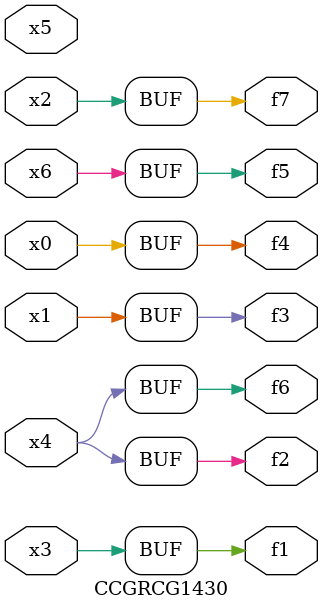
<source format=v>
module CCGRCG1430(
	input x0, x1, x2, x3, x4, x5, x6,
	output f1, f2, f3, f4, f5, f6, f7
);
	assign f1 = x3;
	assign f2 = x4;
	assign f3 = x1;
	assign f4 = x0;
	assign f5 = x6;
	assign f6 = x4;
	assign f7 = x2;
endmodule

</source>
